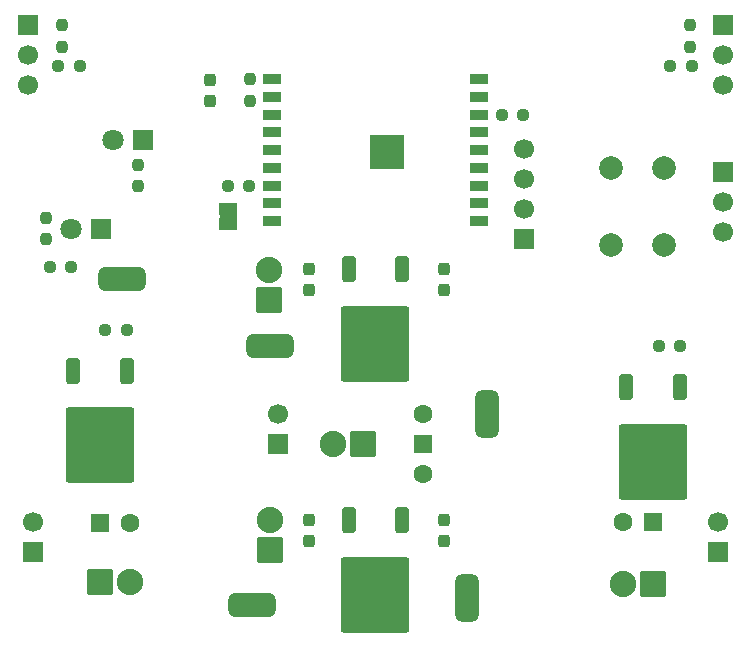
<source format=gbr>
%TF.GenerationSoftware,KiCad,Pcbnew,9.0.4*%
%TF.CreationDate,2025-09-05T01:37:03+09:00*%
%TF.ProjectId,ltr,6c74722e-6b69-4636-9164-5f7063625858,rev?*%
%TF.SameCoordinates,Original*%
%TF.FileFunction,Soldermask,Top*%
%TF.FilePolarity,Negative*%
%FSLAX46Y46*%
G04 Gerber Fmt 4.6, Leading zero omitted, Abs format (unit mm)*
G04 Created by KiCad (PCBNEW 9.0.4) date 2025-09-05 01:37:03*
%MOMM*%
%LPD*%
G01*
G04 APERTURE LIST*
G04 Aperture macros list*
%AMRoundRect*
0 Rectangle with rounded corners*
0 $1 Rounding radius*
0 $2 $3 $4 $5 $6 $7 $8 $9 X,Y pos of 4 corners*
0 Add a 4 corners polygon primitive as box body*
4,1,4,$2,$3,$4,$5,$6,$7,$8,$9,$2,$3,0*
0 Add four circle primitives for the rounded corners*
1,1,$1+$1,$2,$3*
1,1,$1+$1,$4,$5*
1,1,$1+$1,$6,$7*
1,1,$1+$1,$8,$9*
0 Add four rect primitives between the rounded corners*
20,1,$1+$1,$2,$3,$4,$5,0*
20,1,$1+$1,$4,$5,$6,$7,0*
20,1,$1+$1,$6,$7,$8,$9,0*
20,1,$1+$1,$8,$9,$2,$3,0*%
G04 Aperture macros list end*
%ADD10RoundRect,0.237500X-0.237500X0.300000X-0.237500X-0.300000X0.237500X-0.300000X0.237500X0.300000X0*%
%ADD11RoundRect,0.250000X0.870000X-0.870000X0.870000X0.870000X-0.870000X0.870000X-0.870000X-0.870000X0*%
%ADD12C,2.240000*%
%ADD13RoundRect,0.237500X-0.237500X0.250000X-0.237500X-0.250000X0.237500X-0.250000X0.237500X0.250000X0*%
%ADD14RoundRect,0.237500X-0.250000X-0.237500X0.250000X-0.237500X0.250000X0.237500X-0.250000X0.237500X0*%
%ADD15RoundRect,0.500000X-1.500000X0.500000X-1.500000X-0.500000X1.500000X-0.500000X1.500000X0.500000X0*%
%ADD16R,1.700000X1.700000*%
%ADD17C,1.700000*%
%ADD18R,1.800000X1.800000*%
%ADD19C,1.800000*%
%ADD20RoundRect,0.237500X0.250000X0.237500X-0.250000X0.237500X-0.250000X-0.237500X0.250000X-0.237500X0*%
%ADD21RoundRect,0.250000X-0.350000X0.850000X-0.350000X-0.850000X0.350000X-0.850000X0.350000X0.850000X0*%
%ADD22RoundRect,0.249997X-2.650003X2.950003X-2.650003X-2.950003X2.650003X-2.950003X2.650003X2.950003X0*%
%ADD23R,1.500000X0.900000*%
%ADD24C,0.600000*%
%ADD25R,2.900000X2.900000*%
%ADD26RoundRect,0.237500X0.237500X-0.250000X0.237500X0.250000X-0.237500X0.250000X-0.237500X-0.250000X0*%
%ADD27RoundRect,0.250000X-0.870000X-0.870000X0.870000X-0.870000X0.870000X0.870000X-0.870000X0.870000X0*%
%ADD28R,1.500000X1.500000*%
%ADD29C,1.600000*%
%ADD30RoundRect,0.500000X-0.500000X-1.500000X0.500000X-1.500000X0.500000X1.500000X-0.500000X1.500000X0*%
%ADD31RoundRect,0.250000X0.870000X0.870000X-0.870000X0.870000X-0.870000X-0.870000X0.870000X-0.870000X0*%
%ADD32RoundRect,0.250000X0.550000X0.550000X-0.550000X0.550000X-0.550000X-0.550000X0.550000X-0.550000X0*%
%ADD33R,1.500000X1.000000*%
%ADD34RoundRect,0.250000X-0.550000X-0.550000X0.550000X-0.550000X0.550000X0.550000X-0.550000X0.550000X0*%
%ADD35C,2.000000*%
%ADD36RoundRect,0.237500X0.237500X-0.300000X0.237500X0.300000X-0.237500X0.300000X-0.237500X-0.300000X0*%
G04 APERTURE END LIST*
%TO.C,JP1*%
G36*
X18800000Y-19850000D02*
G01*
X20300000Y-19850000D01*
X20300000Y-19550000D01*
X18800000Y-19550000D01*
X18800000Y-19850000D01*
G37*
%TD*%
D10*
%TO.C,C1*%
X37800000Y-45450000D03*
X37800000Y-47175000D03*
%TD*%
D11*
%TO.C,D7*%
X23100000Y-47990000D03*
D12*
X23100000Y-45450000D03*
%TD*%
D10*
%TO.C,C2*%
X26350000Y-45450000D03*
X26350000Y-47175000D03*
%TD*%
D13*
%TO.C,R7*%
X21350000Y-8100000D03*
X21350000Y-9925000D03*
%TD*%
D14*
%TO.C,R4*%
X56950000Y-6950000D03*
X58775000Y-6950000D03*
%TD*%
D15*
%TO.C,J12*%
X23050000Y-30725000D03*
%TD*%
D16*
%TO.C,J3*%
X3000000Y-48140000D03*
D17*
X3000000Y-45600000D03*
%TD*%
D15*
%TO.C,J10*%
X10550000Y-25050000D03*
%TD*%
D18*
%TO.C,Q3*%
X8770000Y-20755000D03*
D19*
X6230000Y-20755000D03*
%TD*%
D13*
%TO.C,R10*%
X11925000Y-15325000D03*
X11925000Y-17150000D03*
%TD*%
D16*
%TO.C,J1*%
X2575000Y-3525000D03*
D17*
X2575000Y-6065000D03*
X2575000Y-8605000D03*
%TD*%
D20*
%TO.C,R8*%
X6230000Y-24030000D03*
X4405000Y-24030000D03*
%TD*%
D21*
%TO.C,Q2*%
X57800000Y-34200000D03*
D22*
X55520000Y-40500000D03*
D21*
X53240000Y-34200000D03*
%TD*%
D23*
%TO.C,U2*%
X23250000Y-8100000D03*
X23250000Y-9600000D03*
X23250000Y-11100000D03*
X23250000Y-12600000D03*
X23250000Y-14100000D03*
X23250000Y-15600000D03*
X23250000Y-17100000D03*
X23250000Y-18600000D03*
X23250000Y-20100000D03*
X40750000Y-20100000D03*
X40750000Y-18600000D03*
X40750000Y-17100000D03*
X40750000Y-15600000D03*
X40750000Y-14100000D03*
X40750000Y-12600000D03*
X40750000Y-11100000D03*
X40750000Y-9600000D03*
X40750000Y-8100000D03*
D24*
X31860000Y-13750000D03*
X31860000Y-14850000D03*
X32410000Y-13200000D03*
X32410000Y-14300000D03*
X32410000Y-15400000D03*
X32960000Y-13750000D03*
D25*
X32960000Y-14300000D03*
D24*
X32960000Y-14850000D03*
X33510000Y-13200000D03*
X33510000Y-14300000D03*
X33510000Y-15400000D03*
X34060000Y-13750000D03*
X34060000Y-14850000D03*
%TD*%
D16*
%TO.C,J4*%
X61000000Y-48090000D03*
D17*
X61000000Y-45550000D03*
%TD*%
D21*
%TO.C,U1*%
X34280000Y-45450000D03*
D22*
X32000000Y-51750000D03*
D21*
X29720000Y-45450000D03*
%TD*%
D26*
%TO.C,R9*%
X4105000Y-21667500D03*
X4105000Y-19842500D03*
%TD*%
D27*
%TO.C,D1*%
X8660000Y-50700000D03*
D12*
X11200000Y-50700000D03*
%TD*%
D20*
%TO.C,R11*%
X10950000Y-29300000D03*
X9125000Y-29300000D03*
%TD*%
D28*
%TO.C,SW1*%
X36000000Y-39000000D03*
D29*
X36000000Y-36460000D03*
X36000000Y-41540000D03*
%TD*%
D16*
%TO.C,J11*%
X61450000Y-15975000D03*
D17*
X61450000Y-18515000D03*
X61450000Y-21055000D03*
%TD*%
D20*
%TO.C,R2*%
X6975000Y-6975000D03*
X5150000Y-6975000D03*
%TD*%
D10*
%TO.C,C4*%
X37760000Y-24210000D03*
X37760000Y-25935000D03*
%TD*%
D30*
%TO.C,J7*%
X39750000Y-52000000D03*
%TD*%
D21*
%TO.C,U3*%
X34280000Y-24200000D03*
D22*
X32000000Y-30500000D03*
D21*
X29720000Y-24200000D03*
%TD*%
D31*
%TO.C,D5*%
X30930000Y-39000000D03*
D12*
X28390000Y-39000000D03*
%TD*%
D32*
%TO.C,D4*%
X55500000Y-45600000D03*
D29*
X52960000Y-45600000D03*
%TD*%
D15*
%TO.C,J9*%
X21575000Y-52575000D03*
%TD*%
D31*
%TO.C,D3*%
X55490000Y-50850000D03*
D12*
X52950000Y-50850000D03*
%TD*%
D33*
%TO.C,JP1*%
X19550000Y-20350000D03*
X19550000Y-19050000D03*
%TD*%
D26*
%TO.C,R3*%
X58625000Y-5350000D03*
X58625000Y-3525000D03*
%TD*%
D14*
%TO.C,R6*%
X19475000Y-17100000D03*
X21300000Y-17100000D03*
%TD*%
D10*
%TO.C,C5*%
X26360000Y-24210000D03*
X26360000Y-25935000D03*
%TD*%
D34*
%TO.C,D2*%
X8650000Y-45650000D03*
D29*
X11190000Y-45650000D03*
%TD*%
D26*
%TO.C,R1*%
X5475000Y-5350000D03*
X5475000Y-3525000D03*
%TD*%
D18*
%TO.C,D8*%
X12275000Y-13205000D03*
D19*
X9735000Y-13205000D03*
%TD*%
D35*
%TO.C,SW2*%
X51950000Y-22150000D03*
X51950000Y-15650000D03*
X56450000Y-22150000D03*
X56450000Y-15650000D03*
%TD*%
D16*
%TO.C,J5*%
X23750000Y-38975000D03*
D17*
X23750000Y-36435000D03*
%TD*%
D30*
%TO.C,J8*%
X41450000Y-36475000D03*
%TD*%
D20*
%TO.C,R12*%
X57800000Y-30650000D03*
X55975000Y-30650000D03*
%TD*%
D11*
%TO.C,D6*%
X23025000Y-26765000D03*
D12*
X23025000Y-24225000D03*
%TD*%
D21*
%TO.C,Q1*%
X10930000Y-32800000D03*
D22*
X8650000Y-39100000D03*
D21*
X6370000Y-32800000D03*
%TD*%
D16*
%TO.C,J6*%
X44600000Y-21660000D03*
D17*
X44600000Y-19120000D03*
X44600000Y-16580000D03*
X44600000Y-14040000D03*
%TD*%
D36*
%TO.C,C3*%
X17950000Y-9925000D03*
X17950000Y-8200000D03*
%TD*%
D20*
%TO.C,R5*%
X44525000Y-11100000D03*
X42700000Y-11100000D03*
%TD*%
D16*
%TO.C,J2*%
X61425000Y-3525000D03*
D17*
X61425000Y-6065000D03*
X61425000Y-8605000D03*
%TD*%
M02*

</source>
